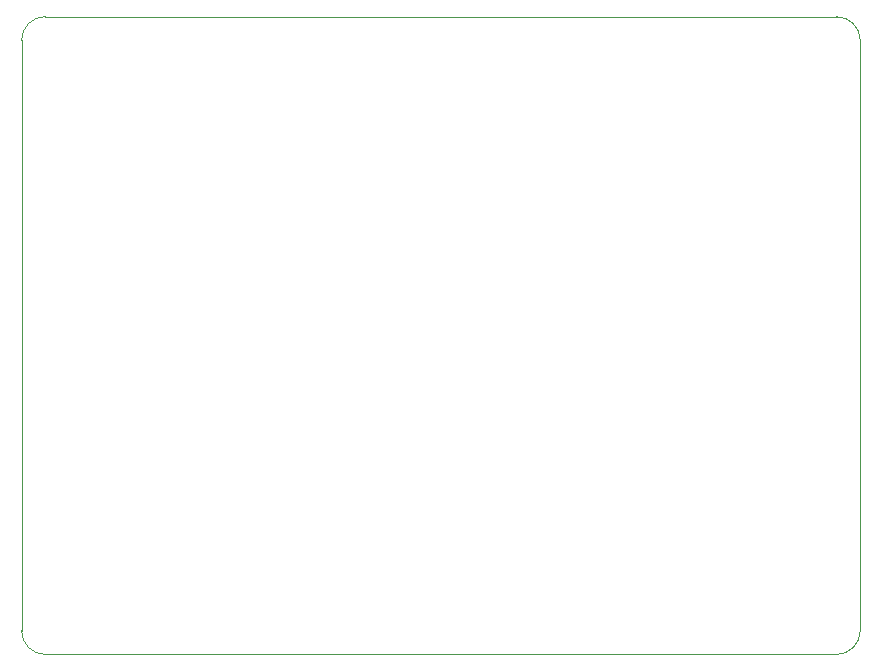
<source format=gbr>
%TF.GenerationSoftware,KiCad,Pcbnew,7.0.5-0*%
%TF.CreationDate,2023-06-05T20:29:51-04:00*%
%TF.ProjectId,7-segment-display-controller,372d7365-676d-4656-9e74-2d646973706c,B*%
%TF.SameCoordinates,Original*%
%TF.FileFunction,Profile,NP*%
%FSLAX46Y46*%
G04 Gerber Fmt 4.6, Leading zero omitted, Abs format (unit mm)*
G04 Created by KiCad (PCBNEW 7.0.5-0) date 2023-06-05 20:29:51*
%MOMM*%
%LPD*%
G01*
G04 APERTURE LIST*
%TA.AperFunction,Profile*%
%ADD10C,0.100000*%
%TD*%
G04 APERTURE END LIST*
D10*
X71116000Y-2088000D02*
X71116000Y-52088000D01*
X116000Y-52088000D02*
X116000Y-2088000D01*
X71116000Y-2088000D02*
G75*
G03*
X69116000Y-88000I-2000000J0D01*
G01*
X2116000Y-88000D02*
G75*
G03*
X116000Y-2088000I0J-2000000D01*
G01*
X2116000Y-88000D02*
X69116000Y-88000D01*
X116000Y-52088000D02*
G75*
G03*
X2116000Y-54088000I2000000J0D01*
G01*
X69116000Y-54088000D02*
X2116000Y-54088000D01*
X69116000Y-54088000D02*
G75*
G03*
X71116000Y-52088000I0J2000000D01*
G01*
M02*

</source>
